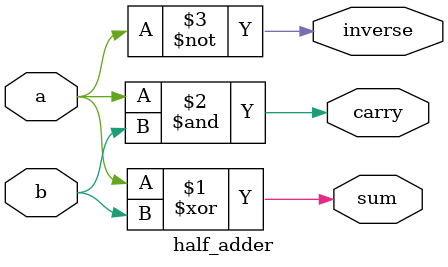
<source format=v>
module half_adder(a, b, sum, carry, inverse);
    input a,b;
    output sum, carry, inverse;
    xor x1(sum, a, b);
    and a1(carry, a, b);
    not n1(inverse, a);
endmodule
</source>
